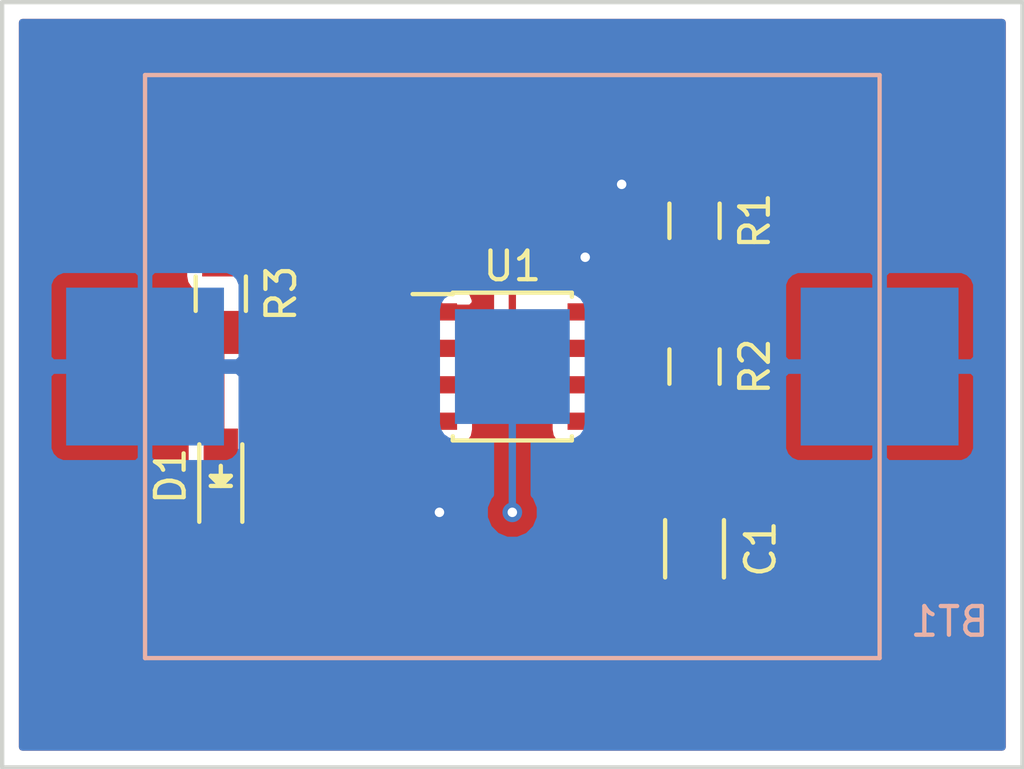
<source format=kicad_pcb>
(kicad_pcb (version 4) (host pcbnew 4.0.4-stable)

  (general
    (links 14)
    (no_connects 0)
    (area 138.354999 105.334999 174.065001 132.155001)
    (thickness 1.6)
    (drawings 4)
    (tracks 35)
    (zones 0)
    (modules 7)
    (nets 8)
  )

  (page A4)
  (layers
    (0 F.Cu mixed)
    (31 B.Cu mixed)
    (32 B.Adhes user)
    (33 F.Adhes user)
    (34 B.Paste user)
    (35 F.Paste user)
    (36 B.SilkS user)
    (37 F.SilkS user)
    (38 B.Mask user)
    (39 F.Mask user)
    (40 Dwgs.User user)
    (41 Cmts.User user)
    (42 Eco1.User user)
    (43 Eco2.User user)
    (44 Edge.Cuts user)
    (45 Margin user)
    (46 B.CrtYd user)
    (47 F.CrtYd user)
    (48 B.Fab user)
    (49 F.Fab user)
  )

  (setup
    (last_trace_width 0.254)
    (trace_clearance 0.254)
    (zone_clearance 0.508)
    (zone_45_only no)
    (trace_min 0.1524)
    (segment_width 0.2)
    (edge_width 0.15)
    (via_size 0.6858)
    (via_drill 0.3302)
    (via_min_size 0.6858)
    (via_min_drill 0.3302)
    (uvia_size 0.3)
    (uvia_drill 0.1)
    (uvias_allowed no)
    (uvia_min_size 0.2)
    (uvia_min_drill 0.1)
    (pcb_text_width 0.3)
    (pcb_text_size 1.5 1.5)
    (mod_edge_width 0.15)
    (mod_text_size 1 1)
    (mod_text_width 0.15)
    (pad_size 1.524 1.524)
    (pad_drill 0.762)
    (pad_to_mask_clearance 0.2)
    (aux_axis_origin 0 0)
    (visible_elements 7FFFFFFF)
    (pcbplotparams
      (layerselection 0x00030_80000001)
      (usegerberextensions false)
      (excludeedgelayer true)
      (linewidth 0.100000)
      (plotframeref false)
      (viasonmask false)
      (mode 1)
      (useauxorigin false)
      (hpglpennumber 1)
      (hpglpenspeed 20)
      (hpglpendiameter 15)
      (hpglpenoverlay 2)
      (psnegative false)
      (psa4output false)
      (plotreference true)
      (plotvalue true)
      (plotinvisibletext false)
      (padsonsilk false)
      (subtractmaskfromsilk false)
      (outputformat 1)
      (mirror false)
      (drillshape 1)
      (scaleselection 1)
      (outputdirectory ""))
  )

  (net 0 "")
  (net 1 "Net-(C1-Pad1)")
  (net 2 GND)
  (net 3 "Net-(D1-Pad2)")
  (net 4 /VDD)
  (net 5 "Net-(R1-Pad2)")
  (net 6 "Net-(R3-Pad1)")
  (net 7 "Net-(U1-Pad5)")

  (net_class Default "This is the default net class."
    (clearance 0.254)
    (trace_width 0.254)
    (via_dia 0.6858)
    (via_drill 0.3302)
    (uvia_dia 0.3)
    (uvia_drill 0.1)
    (add_net /VDD)
    (add_net GND)
    (add_net "Net-(C1-Pad1)")
    (add_net "Net-(D1-Pad2)")
    (add_net "Net-(R1-Pad2)")
    (add_net "Net-(R3-Pad1)")
    (add_net "Net-(U1-Pad5)")
  )

  (module Capacitors_SMD:C_1206_HandSoldering (layer F.Cu) (tedit 541A9C03) (tstamp 57E89D01)
    (at 162.56 124.46 270)
    (descr "Capacitor SMD 1206, hand soldering")
    (tags "capacitor 1206")
    (path /57E8937B)
    (attr smd)
    (fp_text reference C1 (at 0 -2.3 270) (layer F.SilkS)
      (effects (font (size 1 1) (thickness 0.15)))
    )
    (fp_text value 1U (at 0 2.3 270) (layer F.Fab)
      (effects (font (size 1 1) (thickness 0.15)))
    )
    (fp_line (start -3.3 -1.15) (end 3.3 -1.15) (layer F.CrtYd) (width 0.05))
    (fp_line (start -3.3 1.15) (end 3.3 1.15) (layer F.CrtYd) (width 0.05))
    (fp_line (start -3.3 -1.15) (end -3.3 1.15) (layer F.CrtYd) (width 0.05))
    (fp_line (start 3.3 -1.15) (end 3.3 1.15) (layer F.CrtYd) (width 0.05))
    (fp_line (start 1 -1.025) (end -1 -1.025) (layer F.SilkS) (width 0.15))
    (fp_line (start -1 1.025) (end 1 1.025) (layer F.SilkS) (width 0.15))
    (pad 1 smd rect (at -2 0 270) (size 2 1.6) (layers F.Cu F.Paste F.Mask)
      (net 1 "Net-(C1-Pad1)"))
    (pad 2 smd rect (at 2 0 270) (size 2 1.6) (layers F.Cu F.Paste F.Mask)
      (net 2 GND))
    (model Capacitors_SMD.3dshapes/C_1206_HandSoldering.wrl
      (at (xyz 0 0 0))
      (scale (xyz 1 1 1))
      (rotate (xyz 0 0 0))
    )
  )

  (module LEDs:LED_0805 (layer F.Cu) (tedit 55BDE1C2) (tstamp 57E89D07)
    (at 146.05 121.92 90)
    (descr "LED 0805 smd package")
    (tags "LED 0805 SMD")
    (path /57E893E4)
    (attr smd)
    (fp_text reference D1 (at 0 -1.75 90) (layer F.SilkS)
      (effects (font (size 1 1) (thickness 0.15)))
    )
    (fp_text value LED (at 0 1.75 90) (layer F.Fab)
      (effects (font (size 1 1) (thickness 0.15)))
    )
    (fp_line (start -0.4 -0.3) (end -0.4 0.3) (layer F.Fab) (width 0.15))
    (fp_line (start -0.3 0) (end 0 -0.3) (layer F.Fab) (width 0.15))
    (fp_line (start 0 0.3) (end -0.3 0) (layer F.Fab) (width 0.15))
    (fp_line (start 0 -0.3) (end 0 0.3) (layer F.Fab) (width 0.15))
    (fp_line (start 1 -0.6) (end -1 -0.6) (layer F.Fab) (width 0.15))
    (fp_line (start 1 0.6) (end 1 -0.6) (layer F.Fab) (width 0.15))
    (fp_line (start -1 0.6) (end 1 0.6) (layer F.Fab) (width 0.15))
    (fp_line (start -1 -0.6) (end -1 0.6) (layer F.Fab) (width 0.15))
    (fp_line (start -1.6 0.75) (end 1.1 0.75) (layer F.SilkS) (width 0.15))
    (fp_line (start -1.6 -0.75) (end 1.1 -0.75) (layer F.SilkS) (width 0.15))
    (fp_line (start -0.1 0.15) (end -0.1 -0.1) (layer F.SilkS) (width 0.15))
    (fp_line (start -0.1 -0.1) (end -0.25 0.05) (layer F.SilkS) (width 0.15))
    (fp_line (start -0.35 -0.35) (end -0.35 0.35) (layer F.SilkS) (width 0.15))
    (fp_line (start 0 0) (end 0.35 0) (layer F.SilkS) (width 0.15))
    (fp_line (start -0.35 0) (end 0 -0.35) (layer F.SilkS) (width 0.15))
    (fp_line (start 0 -0.35) (end 0 0.35) (layer F.SilkS) (width 0.15))
    (fp_line (start 0 0.35) (end -0.35 0) (layer F.SilkS) (width 0.15))
    (fp_line (start 1.9 -0.95) (end 1.9 0.95) (layer F.CrtYd) (width 0.05))
    (fp_line (start 1.9 0.95) (end -1.9 0.95) (layer F.CrtYd) (width 0.05))
    (fp_line (start -1.9 0.95) (end -1.9 -0.95) (layer F.CrtYd) (width 0.05))
    (fp_line (start -1.9 -0.95) (end 1.9 -0.95) (layer F.CrtYd) (width 0.05))
    (pad 2 smd rect (at 1.04902 0 270) (size 1.19888 1.19888) (layers F.Cu F.Paste F.Mask)
      (net 3 "Net-(D1-Pad2)"))
    (pad 1 smd rect (at -1.04902 0 270) (size 1.19888 1.19888) (layers F.Cu F.Paste F.Mask)
      (net 2 GND))
    (model LEDs.3dshapes/LED_0805.wrl
      (at (xyz 0 0 0))
      (scale (xyz 1 1 1))
      (rotate (xyz 0 0 0))
    )
  )

  (module Resistors_SMD:R_0805_HandSoldering (layer F.Cu) (tedit 54189DEE) (tstamp 57E89D0D)
    (at 162.56 113.03 270)
    (descr "Resistor SMD 0805, hand soldering")
    (tags "resistor 0805")
    (path /57E89310)
    (attr smd)
    (fp_text reference R1 (at 0 -2.1 270) (layer F.SilkS)
      (effects (font (size 1 1) (thickness 0.15)))
    )
    (fp_text value 1K (at 0 2.1 270) (layer F.Fab)
      (effects (font (size 1 1) (thickness 0.15)))
    )
    (fp_line (start -2.4 -1) (end 2.4 -1) (layer F.CrtYd) (width 0.05))
    (fp_line (start -2.4 1) (end 2.4 1) (layer F.CrtYd) (width 0.05))
    (fp_line (start -2.4 -1) (end -2.4 1) (layer F.CrtYd) (width 0.05))
    (fp_line (start 2.4 -1) (end 2.4 1) (layer F.CrtYd) (width 0.05))
    (fp_line (start 0.6 0.875) (end -0.6 0.875) (layer F.SilkS) (width 0.15))
    (fp_line (start -0.6 -0.875) (end 0.6 -0.875) (layer F.SilkS) (width 0.15))
    (pad 1 smd rect (at -1.35 0 270) (size 1.5 1.3) (layers F.Cu F.Paste F.Mask)
      (net 4 /VDD))
    (pad 2 smd rect (at 1.35 0 270) (size 1.5 1.3) (layers F.Cu F.Paste F.Mask)
      (net 5 "Net-(R1-Pad2)"))
    (model Resistors_SMD.3dshapes/R_0805_HandSoldering.wrl
      (at (xyz 0 0 0))
      (scale (xyz 1 1 1))
      (rotate (xyz 0 0 0))
    )
  )

  (module Resistors_SMD:R_0805_HandSoldering (layer F.Cu) (tedit 54189DEE) (tstamp 57E89D13)
    (at 162.56 118.11 270)
    (descr "Resistor SMD 0805, hand soldering")
    (tags "resistor 0805")
    (path /57E89351)
    (attr smd)
    (fp_text reference R2 (at 0 -2.1 270) (layer F.SilkS)
      (effects (font (size 1 1) (thickness 0.15)))
    )
    (fp_text value 470K (at 0 2.1 270) (layer F.Fab)
      (effects (font (size 1 1) (thickness 0.15)))
    )
    (fp_line (start -2.4 -1) (end 2.4 -1) (layer F.CrtYd) (width 0.05))
    (fp_line (start -2.4 1) (end 2.4 1) (layer F.CrtYd) (width 0.05))
    (fp_line (start -2.4 -1) (end -2.4 1) (layer F.CrtYd) (width 0.05))
    (fp_line (start 2.4 -1) (end 2.4 1) (layer F.CrtYd) (width 0.05))
    (fp_line (start 0.6 0.875) (end -0.6 0.875) (layer F.SilkS) (width 0.15))
    (fp_line (start -0.6 -0.875) (end 0.6 -0.875) (layer F.SilkS) (width 0.15))
    (pad 1 smd rect (at -1.35 0 270) (size 1.5 1.3) (layers F.Cu F.Paste F.Mask)
      (net 5 "Net-(R1-Pad2)"))
    (pad 2 smd rect (at 1.35 0 270) (size 1.5 1.3) (layers F.Cu F.Paste F.Mask)
      (net 1 "Net-(C1-Pad1)"))
    (model Resistors_SMD.3dshapes/R_0805_HandSoldering.wrl
      (at (xyz 0 0 0))
      (scale (xyz 1 1 1))
      (rotate (xyz 0 0 0))
    )
  )

  (module Resistors_SMD:R_0805_HandSoldering (layer F.Cu) (tedit 54189DEE) (tstamp 57E89D19)
    (at 146.05 115.57 270)
    (descr "Resistor SMD 0805, hand soldering")
    (tags "resistor 0805")
    (path /57E893A4)
    (attr smd)
    (fp_text reference R3 (at 0 -2.1 270) (layer F.SilkS)
      (effects (font (size 1 1) (thickness 0.15)))
    )
    (fp_text value 1K (at 0 2.1 270) (layer F.Fab)
      (effects (font (size 1 1) (thickness 0.15)))
    )
    (fp_line (start -2.4 -1) (end 2.4 -1) (layer F.CrtYd) (width 0.05))
    (fp_line (start -2.4 1) (end 2.4 1) (layer F.CrtYd) (width 0.05))
    (fp_line (start -2.4 -1) (end -2.4 1) (layer F.CrtYd) (width 0.05))
    (fp_line (start 2.4 -1) (end 2.4 1) (layer F.CrtYd) (width 0.05))
    (fp_line (start 0.6 0.875) (end -0.6 0.875) (layer F.SilkS) (width 0.15))
    (fp_line (start -0.6 -0.875) (end 0.6 -0.875) (layer F.SilkS) (width 0.15))
    (pad 1 smd rect (at -1.35 0 270) (size 1.5 1.3) (layers F.Cu F.Paste F.Mask)
      (net 6 "Net-(R3-Pad1)"))
    (pad 2 smd rect (at 1.35 0 270) (size 1.5 1.3) (layers F.Cu F.Paste F.Mask)
      (net 3 "Net-(D1-Pad2)"))
    (model Resistors_SMD.3dshapes/R_0805_HandSoldering.wrl
      (at (xyz 0 0 0))
      (scale (xyz 1 1 1))
      (rotate (xyz 0 0 0))
    )
  )

  (module Housings_SOIC:SOIC-8_3.9x4.9mm_Pitch1.27mm (layer F.Cu) (tedit 54130A77) (tstamp 57E89D25)
    (at 156.21 118.11)
    (descr "8-Lead Plastic Small Outline (SN) - Narrow, 3.90 mm Body [SOIC] (see Microchip Packaging Specification 00000049BS.pdf)")
    (tags "SOIC 1.27")
    (path /57E877F1)
    (attr smd)
    (fp_text reference U1 (at 0 -3.5) (layer F.SilkS)
      (effects (font (size 1 1) (thickness 0.15)))
    )
    (fp_text value 7555 (at 0 3.5) (layer F.Fab)
      (effects (font (size 1 1) (thickness 0.15)))
    )
    (fp_circle (center -1.5 -2) (end -1.75 -2) (layer F.Fab) (width 0.15))
    (fp_line (start -1.95 -2.45) (end -1.95 2.45) (layer F.Fab) (width 0.15))
    (fp_line (start 1.95 -2.45) (end -1.95 -2.45) (layer F.Fab) (width 0.15))
    (fp_line (start 1.95 2.45) (end 1.95 -2.45) (layer F.Fab) (width 0.15))
    (fp_line (start -1.95 2.45) (end 1.95 2.45) (layer F.Fab) (width 0.15))
    (fp_line (start -3.75 -2.75) (end -3.75 2.75) (layer F.CrtYd) (width 0.05))
    (fp_line (start 3.75 -2.75) (end 3.75 2.75) (layer F.CrtYd) (width 0.05))
    (fp_line (start -3.75 -2.75) (end 3.75 -2.75) (layer F.CrtYd) (width 0.05))
    (fp_line (start -3.75 2.75) (end 3.75 2.75) (layer F.CrtYd) (width 0.05))
    (fp_line (start -2.075 -2.575) (end -2.075 -2.525) (layer F.SilkS) (width 0.15))
    (fp_line (start 2.075 -2.575) (end 2.075 -2.43) (layer F.SilkS) (width 0.15))
    (fp_line (start 2.075 2.575) (end 2.075 2.43) (layer F.SilkS) (width 0.15))
    (fp_line (start -2.075 2.575) (end -2.075 2.43) (layer F.SilkS) (width 0.15))
    (fp_line (start -2.075 -2.575) (end 2.075 -2.575) (layer F.SilkS) (width 0.15))
    (fp_line (start -2.075 2.575) (end 2.075 2.575) (layer F.SilkS) (width 0.15))
    (fp_line (start -2.075 -2.525) (end -3.475 -2.525) (layer F.SilkS) (width 0.15))
    (pad 1 smd rect (at -2.7 -1.905) (size 1.55 0.6) (layers F.Cu F.Paste F.Mask)
      (net 2 GND))
    (pad 2 smd rect (at -2.7 -0.635) (size 1.55 0.6) (layers F.Cu F.Paste F.Mask)
      (net 1 "Net-(C1-Pad1)"))
    (pad 3 smd rect (at -2.7 0.635) (size 1.55 0.6) (layers F.Cu F.Paste F.Mask)
      (net 6 "Net-(R3-Pad1)"))
    (pad 4 smd rect (at -2.7 1.905) (size 1.55 0.6) (layers F.Cu F.Paste F.Mask)
      (net 4 /VDD))
    (pad 5 smd rect (at 2.7 1.905) (size 1.55 0.6) (layers F.Cu F.Paste F.Mask)
      (net 7 "Net-(U1-Pad5)"))
    (pad 6 smd rect (at 2.7 0.635) (size 1.55 0.6) (layers F.Cu F.Paste F.Mask)
      (net 1 "Net-(C1-Pad1)"))
    (pad 7 smd rect (at 2.7 -0.635) (size 1.55 0.6) (layers F.Cu F.Paste F.Mask)
      (net 5 "Net-(R1-Pad2)"))
    (pad 8 smd rect (at 2.7 -1.905) (size 1.55 0.6) (layers F.Cu F.Paste F.Mask)
      (net 4 /VDD))
    (model Housings_SOIC.3dshapes/SOIC-8_3.9x4.9mm_Pitch1.27mm.wrl
      (at (xyz 0 0 0))
      (scale (xyz 1 1 1))
      (rotate (xyz 0 0 0))
    )
  )

  (module blinky:S8211R (layer B.Cu) (tedit 57E9944A) (tstamp 57E9913F)
    (at 156.21 118.11)
    (path /57E89778)
    (fp_text reference BT1 (at 15.24 8.89) (layer B.SilkS)
      (effects (font (size 1 1) (thickness 0.15)) (justify mirror))
    )
    (fp_text value Battery (at -8.89 8.89) (layer B.Fab)
      (effects (font (size 1 1) (thickness 0.15)) (justify mirror))
    )
    (fp_line (start 12.8 -10.16) (end 12.8 10.16) (layer B.SilkS) (width 0.15))
    (fp_line (start 12.8 10.16) (end -12.8 10.16) (layer B.SilkS) (width 0.15))
    (fp_line (start -12.8 10.16) (end -12.8 -10.16) (layer B.SilkS) (width 0.15))
    (fp_line (start -12.8 -10.16) (end 12.8 -10.16) (layer B.SilkS) (width 0.15))
    (pad 2 smd rect (at 0 0) (size 4 4) (layers B.Cu B.Paste B.Mask)
      (net 2 GND))
    (pad 1 smd rect (at -12.8 0) (size 5.5 5.5) (layers B.Cu B.Paste B.Mask)
      (net 4 /VDD))
    (pad 1 smd rect (at 12.8 0) (size 5.5 5.5) (layers B.Cu B.Paste B.Mask)
      (net 4 /VDD))
  )

  (gr_line (start 173.99 132.08) (end 138.43 132.08) (angle 90) (layer Edge.Cuts) (width 0.15))
  (gr_line (start 173.99 105.41) (end 173.99 132.08) (angle 90) (layer Edge.Cuts) (width 0.15))
  (gr_line (start 138.43 105.41) (end 173.99 105.41) (angle 90) (layer Edge.Cuts) (width 0.15))
  (gr_line (start 138.43 132.08) (end 138.43 105.41) (angle 90) (layer Edge.Cuts) (width 0.15))

  (segment (start 153.51 117.475) (end 155.575 117.475) (width 0.254) (layer F.Cu) (net 1))
  (segment (start 155.575 117.475) (end 156.845 118.745) (width 0.254) (layer F.Cu) (net 1) (tstamp 57EDBC90))
  (segment (start 156.845 118.745) (end 158.91 118.745) (width 0.254) (layer F.Cu) (net 1) (tstamp 57EDBC97))
  (segment (start 163.75 119.46) (end 162.56 119.46) (width 0.254) (layer F.Cu) (net 1) (tstamp 57EDBC6C))
  (segment (start 165.1 118.11) (end 163.75 119.46) (width 0.254) (layer F.Cu) (net 1) (tstamp 57EDBC67))
  (segment (start 165.1 110.49) (end 165.1 118.11) (width 0.254) (layer F.Cu) (net 1) (tstamp 57EDBC65))
  (segment (start 163.83 109.22) (end 165.1 110.49) (width 0.254) (layer F.Cu) (net 1) (tstamp 57EDBC62))
  (segment (start 157.48 109.22) (end 163.83 109.22) (width 0.254) (layer F.Cu) (net 1) (tstamp 57EDBC59))
  (segment (start 156.21 110.49) (end 157.48 109.22) (width 0.254) (layer F.Cu) (net 1) (tstamp 57EDBC55))
  (segment (start 156.21 116.84) (end 156.21 111.76) (width 0.254) (layer F.Cu) (net 1) (tstamp 57EDBC52))
  (segment (start 156.21 111.76) (end 156.21 110.49) (width 0.254) (layer F.Cu) (net 1) (tstamp 57EDBE60))
  (segment (start 155.575 117.475) (end 156.21 116.84) (width 0.254) (layer F.Cu) (net 1) (tstamp 57EDBC49))
  (segment (start 162.56 119.46) (end 162.56 122.46) (width 0.254) (layer F.Cu) (net 1))
  (segment (start 156.21 118.11) (end 156.21 123.19) (width 0.254) (layer B.Cu) (net 2))
  (via (at 156.21 123.19) (size 0.6858) (drill 0.3302) (layers F.Cu B.Cu) (net 2))
  (segment (start 146.05 116.92) (end 146.05 120.87098) (width 0.254) (layer F.Cu) (net 3))
  (segment (start 153.51 120.015) (end 153.51 123.03) (width 0.254) (layer F.Cu) (net 4))
  (via (at 153.67 123.19) (size 0.6858) (drill 0.3302) (layers F.Cu B.Cu) (net 4))
  (segment (start 153.51 123.03) (end 153.67 123.19) (width 0.254) (layer F.Cu) (net 4) (tstamp 57EDBC1D))
  (segment (start 162.56 111.68) (end 160.1 111.68) (width 0.254) (layer F.Cu) (net 4))
  (via (at 160.02 111.76) (size 0.6858) (drill 0.3302) (layers F.Cu B.Cu) (net 4))
  (segment (start 160.1 111.68) (end 160.02 111.76) (width 0.254) (layer F.Cu) (net 4) (tstamp 57E99C42))
  (segment (start 158.91 116.205) (end 158.91 114.46) (width 0.254) (layer F.Cu) (net 4))
  (via (at 158.75 114.3) (size 0.6858) (drill 0.3302) (layers F.Cu B.Cu) (net 4))
  (segment (start 158.91 114.46) (end 158.75 114.3) (width 0.254) (layer F.Cu) (net 4) (tstamp 57E99C2B))
  (segment (start 158.91 117.475) (end 161.845 117.475) (width 0.254) (layer F.Cu) (net 5))
  (segment (start 161.845 117.475) (end 162.56 116.76) (width 0.254) (layer F.Cu) (net 5) (tstamp 57E99ACB))
  (segment (start 162.56 114.38) (end 162.56 116.76) (width 0.254) (layer F.Cu) (net 5))
  (segment (start 149.9 114.26) (end 146.09 114.26) (width 0.254) (layer F.Cu) (net 6))
  (segment (start 146.09 114.26) (end 146.05 114.22) (width 0.254) (layer F.Cu) (net 6) (tstamp 57E9996B))
  (segment (start 153.51 118.745) (end 151.765 118.745) (width 0.254) (layer F.Cu) (net 6))
  (segment (start 151.13 115.49) (end 149.9 114.26) (width 0.254) (layer F.Cu) (net 6) (tstamp 57E99930))
  (segment (start 149.9 114.26) (end 149.86 114.22) (width 0.254) (layer F.Cu) (net 6) (tstamp 57E99969))
  (segment (start 151.13 118.11) (end 151.13 115.49) (width 0.254) (layer F.Cu) (net 6) (tstamp 57E9992D))
  (segment (start 151.765 118.745) (end 151.13 118.11) (width 0.254) (layer F.Cu) (net 6) (tstamp 57E9991C))

  (zone (net 2) (net_name GND) (layer F.Cu) (tstamp 57E999F4) (hatch edge 0.508)
    (connect_pads (clearance 0.508))
    (min_thickness 0.254)
    (fill yes (arc_segments 16) (thermal_gap 0.508) (thermal_bridge_width 0.508))
    (polygon
      (pts
        (xy 173.99 132.08) (xy 138.43 132.08) (xy 138.43 105.41) (xy 173.99 105.41)
      )
    )
    (filled_polygon
      (pts
        (xy 173.28 131.37) (xy 139.14 131.37) (xy 139.14 126.74575) (xy 161.125 126.74575) (xy 161.125 127.586309)
        (xy 161.221673 127.819698) (xy 161.400301 127.998327) (xy 161.63369 128.095) (xy 162.27425 128.095) (xy 162.433 127.93625)
        (xy 162.433 126.587) (xy 162.687 126.587) (xy 162.687 127.93625) (xy 162.84575 128.095) (xy 163.48631 128.095)
        (xy 163.719699 127.998327) (xy 163.898327 127.819698) (xy 163.995 127.586309) (xy 163.995 126.74575) (xy 163.83625 126.587)
        (xy 162.687 126.587) (xy 162.433 126.587) (xy 161.28375 126.587) (xy 161.125 126.74575) (xy 139.14 126.74575)
        (xy 139.14 125.333691) (xy 161.125 125.333691) (xy 161.125 126.17425) (xy 161.28375 126.333) (xy 162.433 126.333)
        (xy 162.433 124.98375) (xy 162.687 124.98375) (xy 162.687 126.333) (xy 163.83625 126.333) (xy 163.995 126.17425)
        (xy 163.995 125.333691) (xy 163.898327 125.100302) (xy 163.719699 124.921673) (xy 163.48631 124.825) (xy 162.84575 124.825)
        (xy 162.687 124.98375) (xy 162.433 124.98375) (xy 162.27425 124.825) (xy 161.63369 124.825) (xy 161.400301 124.921673)
        (xy 161.221673 125.100302) (xy 161.125 125.333691) (xy 139.14 125.333691) (xy 139.14 123.25477) (xy 144.81556 123.25477)
        (xy 144.81556 123.694769) (xy 144.912233 123.928158) (xy 145.090861 124.106787) (xy 145.32425 124.20346) (xy 145.76425 124.20346)
        (xy 145.923 124.04471) (xy 145.923 123.09602) (xy 146.177 123.09602) (xy 146.177 124.04471) (xy 146.33575 124.20346)
        (xy 146.77575 124.20346) (xy 147.009139 124.106787) (xy 147.187767 123.928158) (xy 147.28444 123.694769) (xy 147.28444 123.25477)
        (xy 147.12569 123.09602) (xy 146.177 123.09602) (xy 145.923 123.09602) (xy 144.97431 123.09602) (xy 144.81556 123.25477)
        (xy 139.14 123.25477) (xy 139.14 113.47) (xy 144.75256 113.47) (xy 144.75256 114.97) (xy 144.796838 115.205317)
        (xy 144.93591 115.421441) (xy 145.14811 115.566431) (xy 145.161197 115.569081) (xy 144.948559 115.70591) (xy 144.803569 115.91811)
        (xy 144.75256 116.17) (xy 144.75256 117.67) (xy 144.796838 117.905317) (xy 144.93591 118.121441) (xy 145.14811 118.266431)
        (xy 145.288 118.294759) (xy 145.288 119.654688) (xy 145.215243 119.668378) (xy 144.999119 119.80745) (xy 144.854129 120.01965)
        (xy 144.80312 120.27154) (xy 144.80312 121.47042) (xy 144.847398 121.705737) (xy 144.98647 121.921861) (xy 144.994659 121.927456)
        (xy 144.912233 122.009882) (xy 144.81556 122.243271) (xy 144.81556 122.68327) (xy 144.97431 122.84202) (xy 145.923 122.84202)
        (xy 145.923 122.82202) (xy 146.177 122.82202) (xy 146.177 122.84202) (xy 147.12569 122.84202) (xy 147.28444 122.68327)
        (xy 147.28444 122.243271) (xy 147.187767 122.009882) (xy 147.105555 121.927669) (xy 147.245871 121.72231) (xy 147.29688 121.47042)
        (xy 147.29688 120.27154) (xy 147.252602 120.036223) (xy 147.11353 119.820099) (xy 146.90133 119.675109) (xy 146.812 119.657019)
        (xy 146.812 118.296366) (xy 146.935317 118.273162) (xy 147.151441 118.13409) (xy 147.296431 117.92189) (xy 147.34744 117.67)
        (xy 147.34744 116.17) (xy 147.303162 115.934683) (xy 147.16409 115.718559) (xy 146.95189 115.573569) (xy 146.938803 115.570919)
        (xy 147.151441 115.43409) (xy 147.296431 115.22189) (xy 147.33691 115.022) (xy 149.58437 115.022) (xy 150.368 115.805631)
        (xy 150.368 118.11) (xy 150.426004 118.401605) (xy 150.591185 118.648815) (xy 151.226185 119.283816) (xy 151.374377 119.382834)
        (xy 151.473395 119.448996) (xy 151.765 119.507) (xy 152.129681 119.507) (xy 152.08756 119.715) (xy 152.08756 120.315)
        (xy 152.131838 120.550317) (xy 152.27091 120.766441) (xy 152.48311 120.911431) (xy 152.735 120.96244) (xy 152.748 120.96244)
        (xy 152.748 122.860417) (xy 152.69227 122.99463) (xy 152.691931 123.383663) (xy 152.840493 123.743212) (xy 153.115341 124.01854)
        (xy 153.47463 124.16773) (xy 153.863663 124.168069) (xy 154.223212 124.019507) (xy 154.49854 123.744659) (xy 154.64773 123.38537)
        (xy 154.648069 122.996337) (xy 154.499507 122.636788) (xy 154.272 122.408884) (xy 154.272 120.96244) (xy 154.285 120.96244)
        (xy 154.520317 120.918162) (xy 154.736441 120.77909) (xy 154.881431 120.56689) (xy 154.93244 120.315) (xy 154.93244 119.715)
        (xy 154.888162 119.479683) (xy 154.824322 119.380472) (xy 154.881431 119.29689) (xy 154.93244 119.045) (xy 154.93244 118.445)
        (xy 154.893302 118.237) (xy 155.25937 118.237) (xy 156.306184 119.283815) (xy 156.553395 119.448996) (xy 156.845 119.507)
        (xy 157.529681 119.507) (xy 157.48756 119.715) (xy 157.48756 120.315) (xy 157.531838 120.550317) (xy 157.67091 120.766441)
        (xy 157.88311 120.911431) (xy 158.135 120.96244) (xy 159.685 120.96244) (xy 159.920317 120.918162) (xy 160.136441 120.77909)
        (xy 160.281431 120.56689) (xy 160.33244 120.315) (xy 160.33244 119.715) (xy 160.288162 119.479683) (xy 160.224322 119.380472)
        (xy 160.281431 119.29689) (xy 160.33244 119.045) (xy 160.33244 118.445) (xy 160.293302 118.237) (xy 161.472406 118.237)
        (xy 161.458559 118.24591) (xy 161.313569 118.45811) (xy 161.26256 118.71) (xy 161.26256 120.21) (xy 161.306838 120.445317)
        (xy 161.44591 120.661441) (xy 161.65811 120.806431) (xy 161.722873 120.819546) (xy 161.524683 120.856838) (xy 161.308559 120.99591)
        (xy 161.163569 121.20811) (xy 161.11256 121.46) (xy 161.11256 123.46) (xy 161.156838 123.695317) (xy 161.29591 123.911441)
        (xy 161.50811 124.056431) (xy 161.76 124.10744) (xy 163.36 124.10744) (xy 163.595317 124.063162) (xy 163.811441 123.92409)
        (xy 163.956431 123.71189) (xy 164.00744 123.46) (xy 164.00744 121.46) (xy 163.963162 121.224683) (xy 163.82409 121.008559)
        (xy 163.61189 120.863569) (xy 163.402633 120.821193) (xy 163.445317 120.813162) (xy 163.661441 120.67409) (xy 163.806431 120.46189)
        (xy 163.85744 120.21) (xy 163.85744 120.200629) (xy 164.041605 120.163996) (xy 164.288815 119.998815) (xy 165.638815 118.648816)
        (xy 165.803996 118.401605) (xy 165.809998 118.371431) (xy 165.862 118.11) (xy 165.862 110.49) (xy 165.803996 110.198395)
        (xy 165.638815 109.951184) (xy 164.368815 108.681185) (xy 164.121605 108.516004) (xy 163.83 108.458) (xy 157.48 108.458)
        (xy 157.188395 108.516004) (xy 156.941184 108.681185) (xy 155.671186 109.951184) (xy 155.671185 109.951185) (xy 155.506004 110.198395)
        (xy 155.448 110.49) (xy 155.448 116.524369) (xy 155.25937 116.713) (xy 154.886163 116.713) (xy 154.92 116.63131)
        (xy 154.92 116.49075) (xy 154.76125 116.332) (xy 153.637 116.332) (xy 153.637 116.352) (xy 153.383 116.352)
        (xy 153.383 116.332) (xy 152.25875 116.332) (xy 152.1 116.49075) (xy 152.1 116.63131) (xy 152.189806 116.848122)
        (xy 152.138569 116.92311) (xy 152.08756 117.175) (xy 152.08756 117.775) (xy 152.126698 117.983) (xy 152.080631 117.983)
        (xy 151.892 117.79437) (xy 151.892 115.77869) (xy 152.1 115.77869) (xy 152.1 115.91925) (xy 152.25875 116.078)
        (xy 153.383 116.078) (xy 153.383 115.42875) (xy 153.637 115.42875) (xy 153.637 116.078) (xy 154.76125 116.078)
        (xy 154.92 115.91925) (xy 154.92 115.77869) (xy 154.823327 115.545301) (xy 154.644698 115.366673) (xy 154.411309 115.27)
        (xy 153.79575 115.27) (xy 153.637 115.42875) (xy 153.383 115.42875) (xy 153.22425 115.27) (xy 152.608691 115.27)
        (xy 152.375302 115.366673) (xy 152.196673 115.545301) (xy 152.1 115.77869) (xy 151.892 115.77869) (xy 151.892 115.49)
        (xy 151.833996 115.198395) (xy 151.767834 115.099377) (xy 151.668816 114.951185) (xy 150.438818 113.721188) (xy 150.438816 113.721185)
        (xy 150.398815 113.681185) (xy 150.151604 113.516004) (xy 149.86 113.458001) (xy 149.658909 113.498) (xy 147.34744 113.498)
        (xy 147.34744 113.47) (xy 147.303162 113.234683) (xy 147.16409 113.018559) (xy 146.95189 112.873569) (xy 146.7 112.82256)
        (xy 145.4 112.82256) (xy 145.164683 112.866838) (xy 144.948559 113.00591) (xy 144.803569 113.21811) (xy 144.75256 113.47)
        (xy 139.14 113.47) (xy 139.14 106.12) (xy 173.28 106.12)
      )
    )
  )
  (zone (net 4) (net_name /VDD) (layer B.Cu) (tstamp 57E99A65) (hatch edge 0.508)
    (connect_pads (clearance 0.508))
    (min_thickness 0.254)
    (fill yes (arc_segments 16) (thermal_gap 0.508) (thermal_bridge_width 0.508))
    (polygon
      (pts
        (xy 173.99 132.08) (xy 138.43 132.08) (xy 138.43 105.41) (xy 173.99 105.41)
      )
    )
    (filled_polygon
      (pts
        (xy 173.28 131.37) (xy 139.14 131.37) (xy 139.14 118.39575) (xy 140.025 118.39575) (xy 140.025 120.98631)
        (xy 140.121673 121.219699) (xy 140.300302 121.398327) (xy 140.533691 121.495) (xy 143.12425 121.495) (xy 143.283 121.33625)
        (xy 143.283 118.237) (xy 143.537 118.237) (xy 143.537 121.33625) (xy 143.69575 121.495) (xy 146.286309 121.495)
        (xy 146.519698 121.398327) (xy 146.698327 121.219699) (xy 146.795 120.98631) (xy 146.795 118.39575) (xy 146.63625 118.237)
        (xy 143.537 118.237) (xy 143.283 118.237) (xy 140.18375 118.237) (xy 140.025 118.39575) (xy 139.14 118.39575)
        (xy 139.14 115.23369) (xy 140.025 115.23369) (xy 140.025 117.82425) (xy 140.18375 117.983) (xy 143.283 117.983)
        (xy 143.283 114.88375) (xy 143.537 114.88375) (xy 143.537 117.983) (xy 146.63625 117.983) (xy 146.795 117.82425)
        (xy 146.795 116.11) (xy 153.56256 116.11) (xy 153.56256 120.11) (xy 153.606838 120.345317) (xy 153.74591 120.561441)
        (xy 153.95811 120.706431) (xy 154.21 120.75744) (xy 155.448 120.75744) (xy 155.448 122.568917) (xy 155.38146 122.635341)
        (xy 155.23227 122.99463) (xy 155.231931 123.383663) (xy 155.380493 123.743212) (xy 155.655341 124.01854) (xy 156.01463 124.16773)
        (xy 156.403663 124.168069) (xy 156.763212 124.019507) (xy 157.03854 123.744659) (xy 157.18773 123.38537) (xy 157.188069 122.996337)
        (xy 157.039507 122.636788) (xy 156.972 122.569163) (xy 156.972 120.75744) (xy 158.21 120.75744) (xy 158.445317 120.713162)
        (xy 158.661441 120.57409) (xy 158.806431 120.36189) (xy 158.85744 120.11) (xy 158.85744 118.39575) (xy 165.625 118.39575)
        (xy 165.625 120.98631) (xy 165.721673 121.219699) (xy 165.900302 121.398327) (xy 166.133691 121.495) (xy 168.72425 121.495)
        (xy 168.883 121.33625) (xy 168.883 118.237) (xy 169.137 118.237) (xy 169.137 121.33625) (xy 169.29575 121.495)
        (xy 171.886309 121.495) (xy 172.119698 121.398327) (xy 172.298327 121.219699) (xy 172.395 120.98631) (xy 172.395 118.39575)
        (xy 172.23625 118.237) (xy 169.137 118.237) (xy 168.883 118.237) (xy 165.78375 118.237) (xy 165.625 118.39575)
        (xy 158.85744 118.39575) (xy 158.85744 116.11) (xy 158.813162 115.874683) (xy 158.67409 115.658559) (xy 158.46189 115.513569)
        (xy 158.21 115.46256) (xy 154.21 115.46256) (xy 153.974683 115.506838) (xy 153.758559 115.64591) (xy 153.613569 115.85811)
        (xy 153.56256 116.11) (xy 146.795 116.11) (xy 146.795 115.23369) (xy 165.625 115.23369) (xy 165.625 117.82425)
        (xy 165.78375 117.983) (xy 168.883 117.983) (xy 168.883 114.88375) (xy 169.137 114.88375) (xy 169.137 117.983)
        (xy 172.23625 117.983) (xy 172.395 117.82425) (xy 172.395 115.23369) (xy 172.298327 115.000301) (xy 172.119698 114.821673)
        (xy 171.886309 114.725) (xy 169.29575 114.725) (xy 169.137 114.88375) (xy 168.883 114.88375) (xy 168.72425 114.725)
        (xy 166.133691 114.725) (xy 165.900302 114.821673) (xy 165.721673 115.000301) (xy 165.625 115.23369) (xy 146.795 115.23369)
        (xy 146.698327 115.000301) (xy 146.519698 114.821673) (xy 146.286309 114.725) (xy 143.69575 114.725) (xy 143.537 114.88375)
        (xy 143.283 114.88375) (xy 143.12425 114.725) (xy 140.533691 114.725) (xy 140.300302 114.821673) (xy 140.121673 115.000301)
        (xy 140.025 115.23369) (xy 139.14 115.23369) (xy 139.14 106.12) (xy 173.28 106.12)
      )
    )
  )
)

</source>
